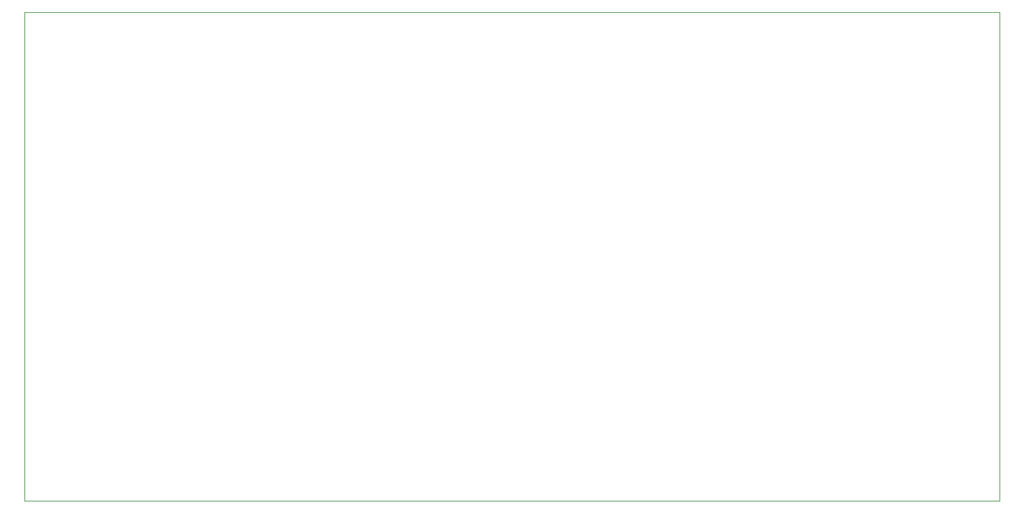
<source format=gbr>
%TF.GenerationSoftware,KiCad,Pcbnew,8.0.6*%
%TF.CreationDate,2024-11-17T13:24:28+02:00*%
%TF.ProjectId,1088as,31303838-6173-42e6-9b69-6361645f7063,rev?*%
%TF.SameCoordinates,PX4b9ebbdPY7add530*%
%TF.FileFunction,Profile,NP*%
%FSLAX46Y46*%
G04 Gerber Fmt 4.6, Leading zero omitted, Abs format (unit mm)*
G04 Created by KiCad (PCBNEW 8.0.6) date 2024-11-17 13:24:28*
%MOMM*%
%LPD*%
G01*
G04 APERTURE LIST*
%TA.AperFunction,Profile*%
%ADD10C,0.050000*%
%TD*%
G04 APERTURE END LIST*
D10*
X0Y64312800D02*
X128270000Y64312800D01*
X128270000Y0D01*
X0Y0D01*
X0Y64312800D01*
M02*

</source>
